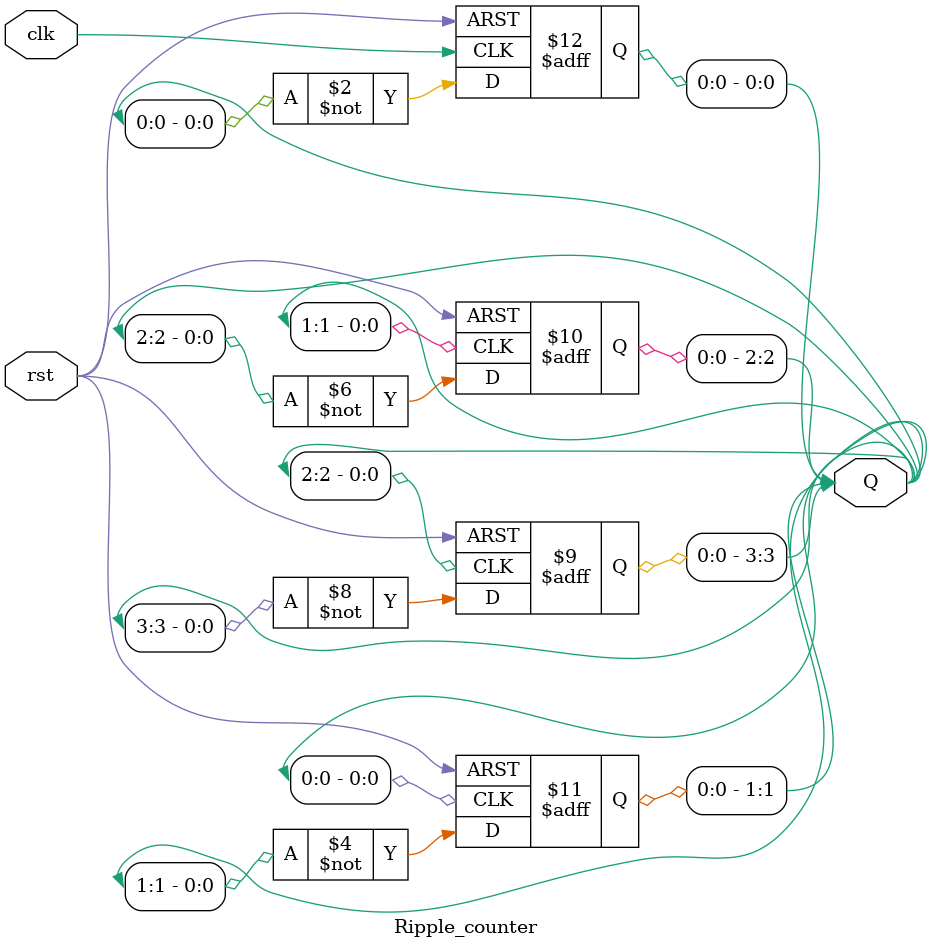
<source format=v>
module Ripple_counter (
    input wire clk,
    input wire rst,
    output reg [3:0] Q
);

always @(posedge clk or posedge rst) begin
    if (rst)
        Q[0] <= 1'b0;
    else
        Q[0] <= ~Q[0];
end

always @(posedge Q[0] or posedge rst) begin
    if (rst)
        Q[1] <= 1'b0;
    else
        Q[1] <= ~Q[1];
end

always @(posedge Q[1] or posedge rst) begin
    if (rst)
        Q[2] <= 1'b0;
    else
        Q[2] <= ~Q[2];
end

always @(posedge Q[2] or posedge rst) begin
    if (rst)
        Q[3] <= 1'b0;
    else
        Q[3] <= ~Q[3];
end
endmodule
</source>
